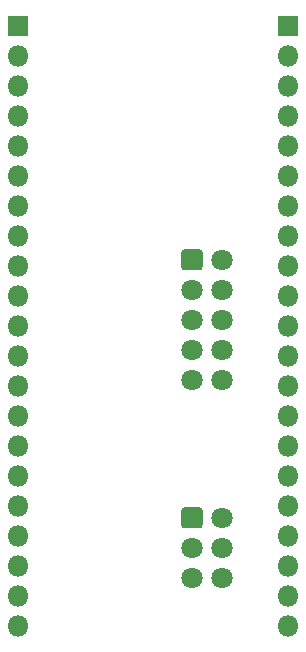
<source format=gbr>
%TF.GenerationSoftware,KiCad,Pcbnew,(5.1.6-0)*%
%TF.CreationDate,2021-10-14T13:54:28-06:00*%
%TF.ProjectId,ESP32-S2-Mini,45535033-322d-4533-922d-4d696e692e6b,rev?*%
%TF.SameCoordinates,Original*%
%TF.FileFunction,Soldermask,Bot*%
%TF.FilePolarity,Negative*%
%FSLAX46Y46*%
G04 Gerber Fmt 4.6, Leading zero omitted, Abs format (unit mm)*
G04 Created by KiCad (PCBNEW (5.1.6-0)) date 2021-10-14 13:54:28*
%MOMM*%
%LPD*%
G01*
G04 APERTURE LIST*
%ADD10C,1.801600*%
%ADD11O,1.801600X1.801600*%
%ADD12R,1.801600X1.801600*%
G04 APERTURE END LIST*
D10*
%TO.C,J4*%
X205232000Y-101092000D03*
X205232000Y-98552000D03*
X205232000Y-96012000D03*
X205232000Y-93472000D03*
X205232000Y-90932000D03*
X202692000Y-101092000D03*
X202692000Y-98552000D03*
X202692000Y-96012000D03*
X202692000Y-93472000D03*
G36*
G01*
X201791200Y-91567859D02*
X201791200Y-90296141D01*
G75*
G02*
X202056141Y-90031200I264941J0D01*
G01*
X203327859Y-90031200D01*
G75*
G02*
X203592800Y-90296141I0J-264941D01*
G01*
X203592800Y-91567859D01*
G75*
G02*
X203327859Y-91832800I-264941J0D01*
G01*
X202056141Y-91832800D01*
G75*
G02*
X201791200Y-91567859I0J264941D01*
G01*
G37*
%TD*%
%TO.C,J3*%
X205232000Y-117856000D03*
X205232000Y-115316000D03*
X205232000Y-112776000D03*
X202692000Y-117856000D03*
X202692000Y-115316000D03*
G36*
G01*
X201791200Y-113411859D02*
X201791200Y-112140141D01*
G75*
G02*
X202056141Y-111875200I264941J0D01*
G01*
X203327859Y-111875200D01*
G75*
G02*
X203592800Y-112140141I0J-264941D01*
G01*
X203592800Y-113411859D01*
G75*
G02*
X203327859Y-113676800I-264941J0D01*
G01*
X202056141Y-113676800D01*
G75*
G02*
X201791200Y-113411859I0J264941D01*
G01*
G37*
%TD*%
D11*
%TO.C,J2*%
X210820000Y-121920000D03*
X210820000Y-119380000D03*
X210820000Y-116840000D03*
X210820000Y-114300000D03*
X210820000Y-111760000D03*
X210820000Y-109220000D03*
X210820000Y-106680000D03*
X210820000Y-104140000D03*
X210820000Y-101600000D03*
X210820000Y-99060000D03*
X210820000Y-96520000D03*
X210820000Y-93980000D03*
X210820000Y-91440000D03*
X210820000Y-88900000D03*
X210820000Y-86360000D03*
X210820000Y-83820000D03*
X210820000Y-81280000D03*
X210820000Y-78740000D03*
X210820000Y-76200000D03*
X210820000Y-73660000D03*
D12*
X210820000Y-71120000D03*
%TD*%
D11*
%TO.C,J1*%
X187960000Y-121920000D03*
X187960000Y-119380000D03*
X187960000Y-116840000D03*
X187960000Y-114300000D03*
X187960000Y-111760000D03*
X187960000Y-109220000D03*
X187960000Y-106680000D03*
X187960000Y-104140000D03*
X187960000Y-101600000D03*
X187960000Y-99060000D03*
X187960000Y-96520000D03*
X187960000Y-93980000D03*
X187960000Y-91440000D03*
X187960000Y-88900000D03*
X187960000Y-86360000D03*
X187960000Y-83820000D03*
X187960000Y-81280000D03*
X187960000Y-78740000D03*
X187960000Y-76200000D03*
X187960000Y-73660000D03*
D12*
X187960000Y-71120000D03*
%TD*%
M02*

</source>
